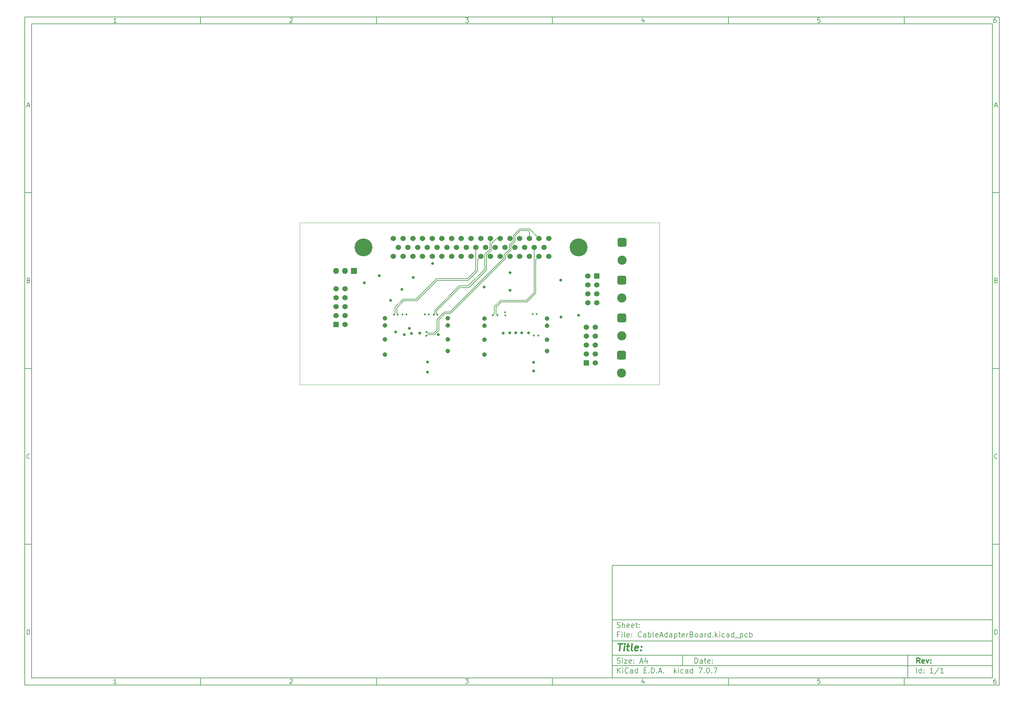
<source format=gbr>
%TF.GenerationSoftware,KiCad,Pcbnew,7.0.7*%
%TF.CreationDate,2023-10-12T14:51:16-07:00*%
%TF.ProjectId,CableAdapterBoard,4361626c-6541-4646-9170-746572426f61,rev?*%
%TF.SameCoordinates,Original*%
%TF.FileFunction,Copper,L5,Inr*%
%TF.FilePolarity,Positive*%
%FSLAX46Y46*%
G04 Gerber Fmt 4.6, Leading zero omitted, Abs format (unit mm)*
G04 Created by KiCad (PCBNEW 7.0.7) date 2023-10-12 14:51:16*
%MOMM*%
%LPD*%
G01*
G04 APERTURE LIST*
G04 Aperture macros list*
%AMRoundRect*
0 Rectangle with rounded corners*
0 $1 Rounding radius*
0 $2 $3 $4 $5 $6 $7 $8 $9 X,Y pos of 4 corners*
0 Add a 4 corners polygon primitive as box body*
4,1,4,$2,$3,$4,$5,$6,$7,$8,$9,$2,$3,0*
0 Add four circle primitives for the rounded corners*
1,1,$1+$1,$2,$3*
1,1,$1+$1,$4,$5*
1,1,$1+$1,$6,$7*
1,1,$1+$1,$8,$9*
0 Add four rect primitives between the rounded corners*
20,1,$1+$1,$2,$3,$4,$5,0*
20,1,$1+$1,$4,$5,$6,$7,0*
20,1,$1+$1,$6,$7,$8,$9,0*
20,1,$1+$1,$8,$9,$2,$3,0*%
G04 Aperture macros list end*
%ADD10C,0.100000*%
%ADD11C,0.150000*%
%ADD12C,0.300000*%
%ADD13C,0.400000*%
%TA.AperFunction,ComponentPad*%
%ADD14R,1.700000X1.700000*%
%TD*%
%TA.AperFunction,ComponentPad*%
%ADD15O,1.700000X1.700000*%
%TD*%
%TA.AperFunction,ComponentPad*%
%ADD16C,1.308000*%
%TD*%
%TA.AperFunction,ComponentPad*%
%ADD17R,1.530000X1.530000*%
%TD*%
%TA.AperFunction,ComponentPad*%
%ADD18C,1.530000*%
%TD*%
%TA.AperFunction,ComponentPad*%
%ADD19RoundRect,0.650000X-0.650000X0.650000X-0.650000X-0.650000X0.650000X-0.650000X0.650000X0.650000X0*%
%TD*%
%TA.AperFunction,ComponentPad*%
%ADD20C,2.600000*%
%TD*%
%TA.AperFunction,ComponentPad*%
%ADD21C,1.524000*%
%TD*%
%TA.AperFunction,ComponentPad*%
%ADD22C,5.080000*%
%TD*%
%TA.AperFunction,ViaPad*%
%ADD23C,0.800000*%
%TD*%
%TA.AperFunction,ViaPad*%
%ADD24C,0.520700*%
%TD*%
%TA.AperFunction,Conductor*%
%ADD25C,0.170942*%
%TD*%
%TA.AperFunction,Profile*%
%ADD26C,0.100000*%
%TD*%
G04 APERTURE END LIST*
D10*
D11*
X177002200Y-166007200D02*
X285002200Y-166007200D01*
X285002200Y-198007200D01*
X177002200Y-198007200D01*
X177002200Y-166007200D01*
D10*
D11*
X10000000Y-10000000D02*
X287002200Y-10000000D01*
X287002200Y-200007200D01*
X10000000Y-200007200D01*
X10000000Y-10000000D01*
D10*
D11*
X12000000Y-12000000D02*
X285002200Y-12000000D01*
X285002200Y-198007200D01*
X12000000Y-198007200D01*
X12000000Y-12000000D01*
D10*
D11*
X60000000Y-12000000D02*
X60000000Y-10000000D01*
D10*
D11*
X110000000Y-12000000D02*
X110000000Y-10000000D01*
D10*
D11*
X160000000Y-12000000D02*
X160000000Y-10000000D01*
D10*
D11*
X210000000Y-12000000D02*
X210000000Y-10000000D01*
D10*
D11*
X260000000Y-12000000D02*
X260000000Y-10000000D01*
D10*
D11*
X36089160Y-11593604D02*
X35346303Y-11593604D01*
X35717731Y-11593604D02*
X35717731Y-10293604D01*
X35717731Y-10293604D02*
X35593922Y-10479319D01*
X35593922Y-10479319D02*
X35470112Y-10603128D01*
X35470112Y-10603128D02*
X35346303Y-10665033D01*
D10*
D11*
X85346303Y-10417414D02*
X85408207Y-10355509D01*
X85408207Y-10355509D02*
X85532017Y-10293604D01*
X85532017Y-10293604D02*
X85841541Y-10293604D01*
X85841541Y-10293604D02*
X85965350Y-10355509D01*
X85965350Y-10355509D02*
X86027255Y-10417414D01*
X86027255Y-10417414D02*
X86089160Y-10541223D01*
X86089160Y-10541223D02*
X86089160Y-10665033D01*
X86089160Y-10665033D02*
X86027255Y-10850747D01*
X86027255Y-10850747D02*
X85284398Y-11593604D01*
X85284398Y-11593604D02*
X86089160Y-11593604D01*
D10*
D11*
X135284398Y-10293604D02*
X136089160Y-10293604D01*
X136089160Y-10293604D02*
X135655826Y-10788842D01*
X135655826Y-10788842D02*
X135841541Y-10788842D01*
X135841541Y-10788842D02*
X135965350Y-10850747D01*
X135965350Y-10850747D02*
X136027255Y-10912652D01*
X136027255Y-10912652D02*
X136089160Y-11036461D01*
X136089160Y-11036461D02*
X136089160Y-11345985D01*
X136089160Y-11345985D02*
X136027255Y-11469795D01*
X136027255Y-11469795D02*
X135965350Y-11531700D01*
X135965350Y-11531700D02*
X135841541Y-11593604D01*
X135841541Y-11593604D02*
X135470112Y-11593604D01*
X135470112Y-11593604D02*
X135346303Y-11531700D01*
X135346303Y-11531700D02*
X135284398Y-11469795D01*
D10*
D11*
X185965350Y-10726938D02*
X185965350Y-11593604D01*
X185655826Y-10231700D02*
X185346303Y-11160271D01*
X185346303Y-11160271D02*
X186151064Y-11160271D01*
D10*
D11*
X236027255Y-10293604D02*
X235408207Y-10293604D01*
X235408207Y-10293604D02*
X235346303Y-10912652D01*
X235346303Y-10912652D02*
X235408207Y-10850747D01*
X235408207Y-10850747D02*
X235532017Y-10788842D01*
X235532017Y-10788842D02*
X235841541Y-10788842D01*
X235841541Y-10788842D02*
X235965350Y-10850747D01*
X235965350Y-10850747D02*
X236027255Y-10912652D01*
X236027255Y-10912652D02*
X236089160Y-11036461D01*
X236089160Y-11036461D02*
X236089160Y-11345985D01*
X236089160Y-11345985D02*
X236027255Y-11469795D01*
X236027255Y-11469795D02*
X235965350Y-11531700D01*
X235965350Y-11531700D02*
X235841541Y-11593604D01*
X235841541Y-11593604D02*
X235532017Y-11593604D01*
X235532017Y-11593604D02*
X235408207Y-11531700D01*
X235408207Y-11531700D02*
X235346303Y-11469795D01*
D10*
D11*
X285965350Y-10293604D02*
X285717731Y-10293604D01*
X285717731Y-10293604D02*
X285593922Y-10355509D01*
X285593922Y-10355509D02*
X285532017Y-10417414D01*
X285532017Y-10417414D02*
X285408207Y-10603128D01*
X285408207Y-10603128D02*
X285346303Y-10850747D01*
X285346303Y-10850747D02*
X285346303Y-11345985D01*
X285346303Y-11345985D02*
X285408207Y-11469795D01*
X285408207Y-11469795D02*
X285470112Y-11531700D01*
X285470112Y-11531700D02*
X285593922Y-11593604D01*
X285593922Y-11593604D02*
X285841541Y-11593604D01*
X285841541Y-11593604D02*
X285965350Y-11531700D01*
X285965350Y-11531700D02*
X286027255Y-11469795D01*
X286027255Y-11469795D02*
X286089160Y-11345985D01*
X286089160Y-11345985D02*
X286089160Y-11036461D01*
X286089160Y-11036461D02*
X286027255Y-10912652D01*
X286027255Y-10912652D02*
X285965350Y-10850747D01*
X285965350Y-10850747D02*
X285841541Y-10788842D01*
X285841541Y-10788842D02*
X285593922Y-10788842D01*
X285593922Y-10788842D02*
X285470112Y-10850747D01*
X285470112Y-10850747D02*
X285408207Y-10912652D01*
X285408207Y-10912652D02*
X285346303Y-11036461D01*
D10*
D11*
X60000000Y-198007200D02*
X60000000Y-200007200D01*
D10*
D11*
X110000000Y-198007200D02*
X110000000Y-200007200D01*
D10*
D11*
X160000000Y-198007200D02*
X160000000Y-200007200D01*
D10*
D11*
X210000000Y-198007200D02*
X210000000Y-200007200D01*
D10*
D11*
X260000000Y-198007200D02*
X260000000Y-200007200D01*
D10*
D11*
X36089160Y-199600804D02*
X35346303Y-199600804D01*
X35717731Y-199600804D02*
X35717731Y-198300804D01*
X35717731Y-198300804D02*
X35593922Y-198486519D01*
X35593922Y-198486519D02*
X35470112Y-198610328D01*
X35470112Y-198610328D02*
X35346303Y-198672233D01*
D10*
D11*
X85346303Y-198424614D02*
X85408207Y-198362709D01*
X85408207Y-198362709D02*
X85532017Y-198300804D01*
X85532017Y-198300804D02*
X85841541Y-198300804D01*
X85841541Y-198300804D02*
X85965350Y-198362709D01*
X85965350Y-198362709D02*
X86027255Y-198424614D01*
X86027255Y-198424614D02*
X86089160Y-198548423D01*
X86089160Y-198548423D02*
X86089160Y-198672233D01*
X86089160Y-198672233D02*
X86027255Y-198857947D01*
X86027255Y-198857947D02*
X85284398Y-199600804D01*
X85284398Y-199600804D02*
X86089160Y-199600804D01*
D10*
D11*
X135284398Y-198300804D02*
X136089160Y-198300804D01*
X136089160Y-198300804D02*
X135655826Y-198796042D01*
X135655826Y-198796042D02*
X135841541Y-198796042D01*
X135841541Y-198796042D02*
X135965350Y-198857947D01*
X135965350Y-198857947D02*
X136027255Y-198919852D01*
X136027255Y-198919852D02*
X136089160Y-199043661D01*
X136089160Y-199043661D02*
X136089160Y-199353185D01*
X136089160Y-199353185D02*
X136027255Y-199476995D01*
X136027255Y-199476995D02*
X135965350Y-199538900D01*
X135965350Y-199538900D02*
X135841541Y-199600804D01*
X135841541Y-199600804D02*
X135470112Y-199600804D01*
X135470112Y-199600804D02*
X135346303Y-199538900D01*
X135346303Y-199538900D02*
X135284398Y-199476995D01*
D10*
D11*
X185965350Y-198734138D02*
X185965350Y-199600804D01*
X185655826Y-198238900D02*
X185346303Y-199167471D01*
X185346303Y-199167471D02*
X186151064Y-199167471D01*
D10*
D11*
X236027255Y-198300804D02*
X235408207Y-198300804D01*
X235408207Y-198300804D02*
X235346303Y-198919852D01*
X235346303Y-198919852D02*
X235408207Y-198857947D01*
X235408207Y-198857947D02*
X235532017Y-198796042D01*
X235532017Y-198796042D02*
X235841541Y-198796042D01*
X235841541Y-198796042D02*
X235965350Y-198857947D01*
X235965350Y-198857947D02*
X236027255Y-198919852D01*
X236027255Y-198919852D02*
X236089160Y-199043661D01*
X236089160Y-199043661D02*
X236089160Y-199353185D01*
X236089160Y-199353185D02*
X236027255Y-199476995D01*
X236027255Y-199476995D02*
X235965350Y-199538900D01*
X235965350Y-199538900D02*
X235841541Y-199600804D01*
X235841541Y-199600804D02*
X235532017Y-199600804D01*
X235532017Y-199600804D02*
X235408207Y-199538900D01*
X235408207Y-199538900D02*
X235346303Y-199476995D01*
D10*
D11*
X285965350Y-198300804D02*
X285717731Y-198300804D01*
X285717731Y-198300804D02*
X285593922Y-198362709D01*
X285593922Y-198362709D02*
X285532017Y-198424614D01*
X285532017Y-198424614D02*
X285408207Y-198610328D01*
X285408207Y-198610328D02*
X285346303Y-198857947D01*
X285346303Y-198857947D02*
X285346303Y-199353185D01*
X285346303Y-199353185D02*
X285408207Y-199476995D01*
X285408207Y-199476995D02*
X285470112Y-199538900D01*
X285470112Y-199538900D02*
X285593922Y-199600804D01*
X285593922Y-199600804D02*
X285841541Y-199600804D01*
X285841541Y-199600804D02*
X285965350Y-199538900D01*
X285965350Y-199538900D02*
X286027255Y-199476995D01*
X286027255Y-199476995D02*
X286089160Y-199353185D01*
X286089160Y-199353185D02*
X286089160Y-199043661D01*
X286089160Y-199043661D02*
X286027255Y-198919852D01*
X286027255Y-198919852D02*
X285965350Y-198857947D01*
X285965350Y-198857947D02*
X285841541Y-198796042D01*
X285841541Y-198796042D02*
X285593922Y-198796042D01*
X285593922Y-198796042D02*
X285470112Y-198857947D01*
X285470112Y-198857947D02*
X285408207Y-198919852D01*
X285408207Y-198919852D02*
X285346303Y-199043661D01*
D10*
D11*
X10000000Y-60000000D02*
X12000000Y-60000000D01*
D10*
D11*
X10000000Y-110000000D02*
X12000000Y-110000000D01*
D10*
D11*
X10000000Y-160000000D02*
X12000000Y-160000000D01*
D10*
D11*
X10690476Y-35222176D02*
X11309523Y-35222176D01*
X10566666Y-35593604D02*
X10999999Y-34293604D01*
X10999999Y-34293604D02*
X11433333Y-35593604D01*
D10*
D11*
X11092857Y-84912652D02*
X11278571Y-84974557D01*
X11278571Y-84974557D02*
X11340476Y-85036461D01*
X11340476Y-85036461D02*
X11402380Y-85160271D01*
X11402380Y-85160271D02*
X11402380Y-85345985D01*
X11402380Y-85345985D02*
X11340476Y-85469795D01*
X11340476Y-85469795D02*
X11278571Y-85531700D01*
X11278571Y-85531700D02*
X11154761Y-85593604D01*
X11154761Y-85593604D02*
X10659523Y-85593604D01*
X10659523Y-85593604D02*
X10659523Y-84293604D01*
X10659523Y-84293604D02*
X11092857Y-84293604D01*
X11092857Y-84293604D02*
X11216666Y-84355509D01*
X11216666Y-84355509D02*
X11278571Y-84417414D01*
X11278571Y-84417414D02*
X11340476Y-84541223D01*
X11340476Y-84541223D02*
X11340476Y-84665033D01*
X11340476Y-84665033D02*
X11278571Y-84788842D01*
X11278571Y-84788842D02*
X11216666Y-84850747D01*
X11216666Y-84850747D02*
X11092857Y-84912652D01*
X11092857Y-84912652D02*
X10659523Y-84912652D01*
D10*
D11*
X11402380Y-135469795D02*
X11340476Y-135531700D01*
X11340476Y-135531700D02*
X11154761Y-135593604D01*
X11154761Y-135593604D02*
X11030952Y-135593604D01*
X11030952Y-135593604D02*
X10845238Y-135531700D01*
X10845238Y-135531700D02*
X10721428Y-135407890D01*
X10721428Y-135407890D02*
X10659523Y-135284080D01*
X10659523Y-135284080D02*
X10597619Y-135036461D01*
X10597619Y-135036461D02*
X10597619Y-134850747D01*
X10597619Y-134850747D02*
X10659523Y-134603128D01*
X10659523Y-134603128D02*
X10721428Y-134479319D01*
X10721428Y-134479319D02*
X10845238Y-134355509D01*
X10845238Y-134355509D02*
X11030952Y-134293604D01*
X11030952Y-134293604D02*
X11154761Y-134293604D01*
X11154761Y-134293604D02*
X11340476Y-134355509D01*
X11340476Y-134355509D02*
X11402380Y-134417414D01*
D10*
D11*
X10659523Y-185593604D02*
X10659523Y-184293604D01*
X10659523Y-184293604D02*
X10969047Y-184293604D01*
X10969047Y-184293604D02*
X11154761Y-184355509D01*
X11154761Y-184355509D02*
X11278571Y-184479319D01*
X11278571Y-184479319D02*
X11340476Y-184603128D01*
X11340476Y-184603128D02*
X11402380Y-184850747D01*
X11402380Y-184850747D02*
X11402380Y-185036461D01*
X11402380Y-185036461D02*
X11340476Y-185284080D01*
X11340476Y-185284080D02*
X11278571Y-185407890D01*
X11278571Y-185407890D02*
X11154761Y-185531700D01*
X11154761Y-185531700D02*
X10969047Y-185593604D01*
X10969047Y-185593604D02*
X10659523Y-185593604D01*
D10*
D11*
X287002200Y-60000000D02*
X285002200Y-60000000D01*
D10*
D11*
X287002200Y-110000000D02*
X285002200Y-110000000D01*
D10*
D11*
X287002200Y-160000000D02*
X285002200Y-160000000D01*
D10*
D11*
X285692676Y-35222176D02*
X286311723Y-35222176D01*
X285568866Y-35593604D02*
X286002199Y-34293604D01*
X286002199Y-34293604D02*
X286435533Y-35593604D01*
D10*
D11*
X286095057Y-84912652D02*
X286280771Y-84974557D01*
X286280771Y-84974557D02*
X286342676Y-85036461D01*
X286342676Y-85036461D02*
X286404580Y-85160271D01*
X286404580Y-85160271D02*
X286404580Y-85345985D01*
X286404580Y-85345985D02*
X286342676Y-85469795D01*
X286342676Y-85469795D02*
X286280771Y-85531700D01*
X286280771Y-85531700D02*
X286156961Y-85593604D01*
X286156961Y-85593604D02*
X285661723Y-85593604D01*
X285661723Y-85593604D02*
X285661723Y-84293604D01*
X285661723Y-84293604D02*
X286095057Y-84293604D01*
X286095057Y-84293604D02*
X286218866Y-84355509D01*
X286218866Y-84355509D02*
X286280771Y-84417414D01*
X286280771Y-84417414D02*
X286342676Y-84541223D01*
X286342676Y-84541223D02*
X286342676Y-84665033D01*
X286342676Y-84665033D02*
X286280771Y-84788842D01*
X286280771Y-84788842D02*
X286218866Y-84850747D01*
X286218866Y-84850747D02*
X286095057Y-84912652D01*
X286095057Y-84912652D02*
X285661723Y-84912652D01*
D10*
D11*
X286404580Y-135469795D02*
X286342676Y-135531700D01*
X286342676Y-135531700D02*
X286156961Y-135593604D01*
X286156961Y-135593604D02*
X286033152Y-135593604D01*
X286033152Y-135593604D02*
X285847438Y-135531700D01*
X285847438Y-135531700D02*
X285723628Y-135407890D01*
X285723628Y-135407890D02*
X285661723Y-135284080D01*
X285661723Y-135284080D02*
X285599819Y-135036461D01*
X285599819Y-135036461D02*
X285599819Y-134850747D01*
X285599819Y-134850747D02*
X285661723Y-134603128D01*
X285661723Y-134603128D02*
X285723628Y-134479319D01*
X285723628Y-134479319D02*
X285847438Y-134355509D01*
X285847438Y-134355509D02*
X286033152Y-134293604D01*
X286033152Y-134293604D02*
X286156961Y-134293604D01*
X286156961Y-134293604D02*
X286342676Y-134355509D01*
X286342676Y-134355509D02*
X286404580Y-134417414D01*
D10*
D11*
X285661723Y-185593604D02*
X285661723Y-184293604D01*
X285661723Y-184293604D02*
X285971247Y-184293604D01*
X285971247Y-184293604D02*
X286156961Y-184355509D01*
X286156961Y-184355509D02*
X286280771Y-184479319D01*
X286280771Y-184479319D02*
X286342676Y-184603128D01*
X286342676Y-184603128D02*
X286404580Y-184850747D01*
X286404580Y-184850747D02*
X286404580Y-185036461D01*
X286404580Y-185036461D02*
X286342676Y-185284080D01*
X286342676Y-185284080D02*
X286280771Y-185407890D01*
X286280771Y-185407890D02*
X286156961Y-185531700D01*
X286156961Y-185531700D02*
X285971247Y-185593604D01*
X285971247Y-185593604D02*
X285661723Y-185593604D01*
D10*
D11*
X200458026Y-193793328D02*
X200458026Y-192293328D01*
X200458026Y-192293328D02*
X200815169Y-192293328D01*
X200815169Y-192293328D02*
X201029455Y-192364757D01*
X201029455Y-192364757D02*
X201172312Y-192507614D01*
X201172312Y-192507614D02*
X201243741Y-192650471D01*
X201243741Y-192650471D02*
X201315169Y-192936185D01*
X201315169Y-192936185D02*
X201315169Y-193150471D01*
X201315169Y-193150471D02*
X201243741Y-193436185D01*
X201243741Y-193436185D02*
X201172312Y-193579042D01*
X201172312Y-193579042D02*
X201029455Y-193721900D01*
X201029455Y-193721900D02*
X200815169Y-193793328D01*
X200815169Y-193793328D02*
X200458026Y-193793328D01*
X202600884Y-193793328D02*
X202600884Y-193007614D01*
X202600884Y-193007614D02*
X202529455Y-192864757D01*
X202529455Y-192864757D02*
X202386598Y-192793328D01*
X202386598Y-192793328D02*
X202100884Y-192793328D01*
X202100884Y-192793328D02*
X201958026Y-192864757D01*
X202600884Y-193721900D02*
X202458026Y-193793328D01*
X202458026Y-193793328D02*
X202100884Y-193793328D01*
X202100884Y-193793328D02*
X201958026Y-193721900D01*
X201958026Y-193721900D02*
X201886598Y-193579042D01*
X201886598Y-193579042D02*
X201886598Y-193436185D01*
X201886598Y-193436185D02*
X201958026Y-193293328D01*
X201958026Y-193293328D02*
X202100884Y-193221900D01*
X202100884Y-193221900D02*
X202458026Y-193221900D01*
X202458026Y-193221900D02*
X202600884Y-193150471D01*
X203100884Y-192793328D02*
X203672312Y-192793328D01*
X203315169Y-192293328D02*
X203315169Y-193579042D01*
X203315169Y-193579042D02*
X203386598Y-193721900D01*
X203386598Y-193721900D02*
X203529455Y-193793328D01*
X203529455Y-193793328D02*
X203672312Y-193793328D01*
X204743741Y-193721900D02*
X204600884Y-193793328D01*
X204600884Y-193793328D02*
X204315170Y-193793328D01*
X204315170Y-193793328D02*
X204172312Y-193721900D01*
X204172312Y-193721900D02*
X204100884Y-193579042D01*
X204100884Y-193579042D02*
X204100884Y-193007614D01*
X204100884Y-193007614D02*
X204172312Y-192864757D01*
X204172312Y-192864757D02*
X204315170Y-192793328D01*
X204315170Y-192793328D02*
X204600884Y-192793328D01*
X204600884Y-192793328D02*
X204743741Y-192864757D01*
X204743741Y-192864757D02*
X204815170Y-193007614D01*
X204815170Y-193007614D02*
X204815170Y-193150471D01*
X204815170Y-193150471D02*
X204100884Y-193293328D01*
X205458026Y-193650471D02*
X205529455Y-193721900D01*
X205529455Y-193721900D02*
X205458026Y-193793328D01*
X205458026Y-193793328D02*
X205386598Y-193721900D01*
X205386598Y-193721900D02*
X205458026Y-193650471D01*
X205458026Y-193650471D02*
X205458026Y-193793328D01*
X205458026Y-192864757D02*
X205529455Y-192936185D01*
X205529455Y-192936185D02*
X205458026Y-193007614D01*
X205458026Y-193007614D02*
X205386598Y-192936185D01*
X205386598Y-192936185D02*
X205458026Y-192864757D01*
X205458026Y-192864757D02*
X205458026Y-193007614D01*
D10*
D11*
X177002200Y-194507200D02*
X285002200Y-194507200D01*
D10*
D11*
X178458026Y-196593328D02*
X178458026Y-195093328D01*
X179315169Y-196593328D02*
X178672312Y-195736185D01*
X179315169Y-195093328D02*
X178458026Y-195950471D01*
X179958026Y-196593328D02*
X179958026Y-195593328D01*
X179958026Y-195093328D02*
X179886598Y-195164757D01*
X179886598Y-195164757D02*
X179958026Y-195236185D01*
X179958026Y-195236185D02*
X180029455Y-195164757D01*
X180029455Y-195164757D02*
X179958026Y-195093328D01*
X179958026Y-195093328D02*
X179958026Y-195236185D01*
X181529455Y-196450471D02*
X181458027Y-196521900D01*
X181458027Y-196521900D02*
X181243741Y-196593328D01*
X181243741Y-196593328D02*
X181100884Y-196593328D01*
X181100884Y-196593328D02*
X180886598Y-196521900D01*
X180886598Y-196521900D02*
X180743741Y-196379042D01*
X180743741Y-196379042D02*
X180672312Y-196236185D01*
X180672312Y-196236185D02*
X180600884Y-195950471D01*
X180600884Y-195950471D02*
X180600884Y-195736185D01*
X180600884Y-195736185D02*
X180672312Y-195450471D01*
X180672312Y-195450471D02*
X180743741Y-195307614D01*
X180743741Y-195307614D02*
X180886598Y-195164757D01*
X180886598Y-195164757D02*
X181100884Y-195093328D01*
X181100884Y-195093328D02*
X181243741Y-195093328D01*
X181243741Y-195093328D02*
X181458027Y-195164757D01*
X181458027Y-195164757D02*
X181529455Y-195236185D01*
X182815170Y-196593328D02*
X182815170Y-195807614D01*
X182815170Y-195807614D02*
X182743741Y-195664757D01*
X182743741Y-195664757D02*
X182600884Y-195593328D01*
X182600884Y-195593328D02*
X182315170Y-195593328D01*
X182315170Y-195593328D02*
X182172312Y-195664757D01*
X182815170Y-196521900D02*
X182672312Y-196593328D01*
X182672312Y-196593328D02*
X182315170Y-196593328D01*
X182315170Y-196593328D02*
X182172312Y-196521900D01*
X182172312Y-196521900D02*
X182100884Y-196379042D01*
X182100884Y-196379042D02*
X182100884Y-196236185D01*
X182100884Y-196236185D02*
X182172312Y-196093328D01*
X182172312Y-196093328D02*
X182315170Y-196021900D01*
X182315170Y-196021900D02*
X182672312Y-196021900D01*
X182672312Y-196021900D02*
X182815170Y-195950471D01*
X184172313Y-196593328D02*
X184172313Y-195093328D01*
X184172313Y-196521900D02*
X184029455Y-196593328D01*
X184029455Y-196593328D02*
X183743741Y-196593328D01*
X183743741Y-196593328D02*
X183600884Y-196521900D01*
X183600884Y-196521900D02*
X183529455Y-196450471D01*
X183529455Y-196450471D02*
X183458027Y-196307614D01*
X183458027Y-196307614D02*
X183458027Y-195879042D01*
X183458027Y-195879042D02*
X183529455Y-195736185D01*
X183529455Y-195736185D02*
X183600884Y-195664757D01*
X183600884Y-195664757D02*
X183743741Y-195593328D01*
X183743741Y-195593328D02*
X184029455Y-195593328D01*
X184029455Y-195593328D02*
X184172313Y-195664757D01*
X186029455Y-195807614D02*
X186529455Y-195807614D01*
X186743741Y-196593328D02*
X186029455Y-196593328D01*
X186029455Y-196593328D02*
X186029455Y-195093328D01*
X186029455Y-195093328D02*
X186743741Y-195093328D01*
X187386598Y-196450471D02*
X187458027Y-196521900D01*
X187458027Y-196521900D02*
X187386598Y-196593328D01*
X187386598Y-196593328D02*
X187315170Y-196521900D01*
X187315170Y-196521900D02*
X187386598Y-196450471D01*
X187386598Y-196450471D02*
X187386598Y-196593328D01*
X188100884Y-196593328D02*
X188100884Y-195093328D01*
X188100884Y-195093328D02*
X188458027Y-195093328D01*
X188458027Y-195093328D02*
X188672313Y-195164757D01*
X188672313Y-195164757D02*
X188815170Y-195307614D01*
X188815170Y-195307614D02*
X188886599Y-195450471D01*
X188886599Y-195450471D02*
X188958027Y-195736185D01*
X188958027Y-195736185D02*
X188958027Y-195950471D01*
X188958027Y-195950471D02*
X188886599Y-196236185D01*
X188886599Y-196236185D02*
X188815170Y-196379042D01*
X188815170Y-196379042D02*
X188672313Y-196521900D01*
X188672313Y-196521900D02*
X188458027Y-196593328D01*
X188458027Y-196593328D02*
X188100884Y-196593328D01*
X189600884Y-196450471D02*
X189672313Y-196521900D01*
X189672313Y-196521900D02*
X189600884Y-196593328D01*
X189600884Y-196593328D02*
X189529456Y-196521900D01*
X189529456Y-196521900D02*
X189600884Y-196450471D01*
X189600884Y-196450471D02*
X189600884Y-196593328D01*
X190243742Y-196164757D02*
X190958028Y-196164757D01*
X190100885Y-196593328D02*
X190600885Y-195093328D01*
X190600885Y-195093328D02*
X191100885Y-196593328D01*
X191600884Y-196450471D02*
X191672313Y-196521900D01*
X191672313Y-196521900D02*
X191600884Y-196593328D01*
X191600884Y-196593328D02*
X191529456Y-196521900D01*
X191529456Y-196521900D02*
X191600884Y-196450471D01*
X191600884Y-196450471D02*
X191600884Y-196593328D01*
X194600884Y-196593328D02*
X194600884Y-195093328D01*
X194743742Y-196021900D02*
X195172313Y-196593328D01*
X195172313Y-195593328D02*
X194600884Y-196164757D01*
X195815170Y-196593328D02*
X195815170Y-195593328D01*
X195815170Y-195093328D02*
X195743742Y-195164757D01*
X195743742Y-195164757D02*
X195815170Y-195236185D01*
X195815170Y-195236185D02*
X195886599Y-195164757D01*
X195886599Y-195164757D02*
X195815170Y-195093328D01*
X195815170Y-195093328D02*
X195815170Y-195236185D01*
X197172314Y-196521900D02*
X197029456Y-196593328D01*
X197029456Y-196593328D02*
X196743742Y-196593328D01*
X196743742Y-196593328D02*
X196600885Y-196521900D01*
X196600885Y-196521900D02*
X196529456Y-196450471D01*
X196529456Y-196450471D02*
X196458028Y-196307614D01*
X196458028Y-196307614D02*
X196458028Y-195879042D01*
X196458028Y-195879042D02*
X196529456Y-195736185D01*
X196529456Y-195736185D02*
X196600885Y-195664757D01*
X196600885Y-195664757D02*
X196743742Y-195593328D01*
X196743742Y-195593328D02*
X197029456Y-195593328D01*
X197029456Y-195593328D02*
X197172314Y-195664757D01*
X198458028Y-196593328D02*
X198458028Y-195807614D01*
X198458028Y-195807614D02*
X198386599Y-195664757D01*
X198386599Y-195664757D02*
X198243742Y-195593328D01*
X198243742Y-195593328D02*
X197958028Y-195593328D01*
X197958028Y-195593328D02*
X197815170Y-195664757D01*
X198458028Y-196521900D02*
X198315170Y-196593328D01*
X198315170Y-196593328D02*
X197958028Y-196593328D01*
X197958028Y-196593328D02*
X197815170Y-196521900D01*
X197815170Y-196521900D02*
X197743742Y-196379042D01*
X197743742Y-196379042D02*
X197743742Y-196236185D01*
X197743742Y-196236185D02*
X197815170Y-196093328D01*
X197815170Y-196093328D02*
X197958028Y-196021900D01*
X197958028Y-196021900D02*
X198315170Y-196021900D01*
X198315170Y-196021900D02*
X198458028Y-195950471D01*
X199815171Y-196593328D02*
X199815171Y-195093328D01*
X199815171Y-196521900D02*
X199672313Y-196593328D01*
X199672313Y-196593328D02*
X199386599Y-196593328D01*
X199386599Y-196593328D02*
X199243742Y-196521900D01*
X199243742Y-196521900D02*
X199172313Y-196450471D01*
X199172313Y-196450471D02*
X199100885Y-196307614D01*
X199100885Y-196307614D02*
X199100885Y-195879042D01*
X199100885Y-195879042D02*
X199172313Y-195736185D01*
X199172313Y-195736185D02*
X199243742Y-195664757D01*
X199243742Y-195664757D02*
X199386599Y-195593328D01*
X199386599Y-195593328D02*
X199672313Y-195593328D01*
X199672313Y-195593328D02*
X199815171Y-195664757D01*
X201529456Y-195093328D02*
X202529456Y-195093328D01*
X202529456Y-195093328D02*
X201886599Y-196593328D01*
X203100884Y-196450471D02*
X203172313Y-196521900D01*
X203172313Y-196521900D02*
X203100884Y-196593328D01*
X203100884Y-196593328D02*
X203029456Y-196521900D01*
X203029456Y-196521900D02*
X203100884Y-196450471D01*
X203100884Y-196450471D02*
X203100884Y-196593328D01*
X204100885Y-195093328D02*
X204243742Y-195093328D01*
X204243742Y-195093328D02*
X204386599Y-195164757D01*
X204386599Y-195164757D02*
X204458028Y-195236185D01*
X204458028Y-195236185D02*
X204529456Y-195379042D01*
X204529456Y-195379042D02*
X204600885Y-195664757D01*
X204600885Y-195664757D02*
X204600885Y-196021900D01*
X204600885Y-196021900D02*
X204529456Y-196307614D01*
X204529456Y-196307614D02*
X204458028Y-196450471D01*
X204458028Y-196450471D02*
X204386599Y-196521900D01*
X204386599Y-196521900D02*
X204243742Y-196593328D01*
X204243742Y-196593328D02*
X204100885Y-196593328D01*
X204100885Y-196593328D02*
X203958028Y-196521900D01*
X203958028Y-196521900D02*
X203886599Y-196450471D01*
X203886599Y-196450471D02*
X203815170Y-196307614D01*
X203815170Y-196307614D02*
X203743742Y-196021900D01*
X203743742Y-196021900D02*
X203743742Y-195664757D01*
X203743742Y-195664757D02*
X203815170Y-195379042D01*
X203815170Y-195379042D02*
X203886599Y-195236185D01*
X203886599Y-195236185D02*
X203958028Y-195164757D01*
X203958028Y-195164757D02*
X204100885Y-195093328D01*
X205243741Y-196450471D02*
X205315170Y-196521900D01*
X205315170Y-196521900D02*
X205243741Y-196593328D01*
X205243741Y-196593328D02*
X205172313Y-196521900D01*
X205172313Y-196521900D02*
X205243741Y-196450471D01*
X205243741Y-196450471D02*
X205243741Y-196593328D01*
X205815170Y-195093328D02*
X206815170Y-195093328D01*
X206815170Y-195093328D02*
X206172313Y-196593328D01*
D10*
D11*
X177002200Y-191507200D02*
X285002200Y-191507200D01*
D10*
D12*
X264413853Y-193785528D02*
X263913853Y-193071242D01*
X263556710Y-193785528D02*
X263556710Y-192285528D01*
X263556710Y-192285528D02*
X264128139Y-192285528D01*
X264128139Y-192285528D02*
X264270996Y-192356957D01*
X264270996Y-192356957D02*
X264342425Y-192428385D01*
X264342425Y-192428385D02*
X264413853Y-192571242D01*
X264413853Y-192571242D02*
X264413853Y-192785528D01*
X264413853Y-192785528D02*
X264342425Y-192928385D01*
X264342425Y-192928385D02*
X264270996Y-192999814D01*
X264270996Y-192999814D02*
X264128139Y-193071242D01*
X264128139Y-193071242D02*
X263556710Y-193071242D01*
X265628139Y-193714100D02*
X265485282Y-193785528D01*
X265485282Y-193785528D02*
X265199568Y-193785528D01*
X265199568Y-193785528D02*
X265056710Y-193714100D01*
X265056710Y-193714100D02*
X264985282Y-193571242D01*
X264985282Y-193571242D02*
X264985282Y-192999814D01*
X264985282Y-192999814D02*
X265056710Y-192856957D01*
X265056710Y-192856957D02*
X265199568Y-192785528D01*
X265199568Y-192785528D02*
X265485282Y-192785528D01*
X265485282Y-192785528D02*
X265628139Y-192856957D01*
X265628139Y-192856957D02*
X265699568Y-192999814D01*
X265699568Y-192999814D02*
X265699568Y-193142671D01*
X265699568Y-193142671D02*
X264985282Y-193285528D01*
X266199567Y-192785528D02*
X266556710Y-193785528D01*
X266556710Y-193785528D02*
X266913853Y-192785528D01*
X267485281Y-193642671D02*
X267556710Y-193714100D01*
X267556710Y-193714100D02*
X267485281Y-193785528D01*
X267485281Y-193785528D02*
X267413853Y-193714100D01*
X267413853Y-193714100D02*
X267485281Y-193642671D01*
X267485281Y-193642671D02*
X267485281Y-193785528D01*
X267485281Y-192856957D02*
X267556710Y-192928385D01*
X267556710Y-192928385D02*
X267485281Y-192999814D01*
X267485281Y-192999814D02*
X267413853Y-192928385D01*
X267413853Y-192928385D02*
X267485281Y-192856957D01*
X267485281Y-192856957D02*
X267485281Y-192999814D01*
D10*
D11*
X178386598Y-193721900D02*
X178600884Y-193793328D01*
X178600884Y-193793328D02*
X178958026Y-193793328D01*
X178958026Y-193793328D02*
X179100884Y-193721900D01*
X179100884Y-193721900D02*
X179172312Y-193650471D01*
X179172312Y-193650471D02*
X179243741Y-193507614D01*
X179243741Y-193507614D02*
X179243741Y-193364757D01*
X179243741Y-193364757D02*
X179172312Y-193221900D01*
X179172312Y-193221900D02*
X179100884Y-193150471D01*
X179100884Y-193150471D02*
X178958026Y-193079042D01*
X178958026Y-193079042D02*
X178672312Y-193007614D01*
X178672312Y-193007614D02*
X178529455Y-192936185D01*
X178529455Y-192936185D02*
X178458026Y-192864757D01*
X178458026Y-192864757D02*
X178386598Y-192721900D01*
X178386598Y-192721900D02*
X178386598Y-192579042D01*
X178386598Y-192579042D02*
X178458026Y-192436185D01*
X178458026Y-192436185D02*
X178529455Y-192364757D01*
X178529455Y-192364757D02*
X178672312Y-192293328D01*
X178672312Y-192293328D02*
X179029455Y-192293328D01*
X179029455Y-192293328D02*
X179243741Y-192364757D01*
X179886597Y-193793328D02*
X179886597Y-192793328D01*
X179886597Y-192293328D02*
X179815169Y-192364757D01*
X179815169Y-192364757D02*
X179886597Y-192436185D01*
X179886597Y-192436185D02*
X179958026Y-192364757D01*
X179958026Y-192364757D02*
X179886597Y-192293328D01*
X179886597Y-192293328D02*
X179886597Y-192436185D01*
X180458026Y-192793328D02*
X181243741Y-192793328D01*
X181243741Y-192793328D02*
X180458026Y-193793328D01*
X180458026Y-193793328D02*
X181243741Y-193793328D01*
X182386598Y-193721900D02*
X182243741Y-193793328D01*
X182243741Y-193793328D02*
X181958027Y-193793328D01*
X181958027Y-193793328D02*
X181815169Y-193721900D01*
X181815169Y-193721900D02*
X181743741Y-193579042D01*
X181743741Y-193579042D02*
X181743741Y-193007614D01*
X181743741Y-193007614D02*
X181815169Y-192864757D01*
X181815169Y-192864757D02*
X181958027Y-192793328D01*
X181958027Y-192793328D02*
X182243741Y-192793328D01*
X182243741Y-192793328D02*
X182386598Y-192864757D01*
X182386598Y-192864757D02*
X182458027Y-193007614D01*
X182458027Y-193007614D02*
X182458027Y-193150471D01*
X182458027Y-193150471D02*
X181743741Y-193293328D01*
X183100883Y-193650471D02*
X183172312Y-193721900D01*
X183172312Y-193721900D02*
X183100883Y-193793328D01*
X183100883Y-193793328D02*
X183029455Y-193721900D01*
X183029455Y-193721900D02*
X183100883Y-193650471D01*
X183100883Y-193650471D02*
X183100883Y-193793328D01*
X183100883Y-192864757D02*
X183172312Y-192936185D01*
X183172312Y-192936185D02*
X183100883Y-193007614D01*
X183100883Y-193007614D02*
X183029455Y-192936185D01*
X183029455Y-192936185D02*
X183100883Y-192864757D01*
X183100883Y-192864757D02*
X183100883Y-193007614D01*
X184886598Y-193364757D02*
X185600884Y-193364757D01*
X184743741Y-193793328D02*
X185243741Y-192293328D01*
X185243741Y-192293328D02*
X185743741Y-193793328D01*
X186886598Y-192793328D02*
X186886598Y-193793328D01*
X186529455Y-192221900D02*
X186172312Y-193293328D01*
X186172312Y-193293328D02*
X187100883Y-193293328D01*
D10*
D11*
X263458026Y-196593328D02*
X263458026Y-195093328D01*
X264815170Y-196593328D02*
X264815170Y-195093328D01*
X264815170Y-196521900D02*
X264672312Y-196593328D01*
X264672312Y-196593328D02*
X264386598Y-196593328D01*
X264386598Y-196593328D02*
X264243741Y-196521900D01*
X264243741Y-196521900D02*
X264172312Y-196450471D01*
X264172312Y-196450471D02*
X264100884Y-196307614D01*
X264100884Y-196307614D02*
X264100884Y-195879042D01*
X264100884Y-195879042D02*
X264172312Y-195736185D01*
X264172312Y-195736185D02*
X264243741Y-195664757D01*
X264243741Y-195664757D02*
X264386598Y-195593328D01*
X264386598Y-195593328D02*
X264672312Y-195593328D01*
X264672312Y-195593328D02*
X264815170Y-195664757D01*
X265529455Y-196450471D02*
X265600884Y-196521900D01*
X265600884Y-196521900D02*
X265529455Y-196593328D01*
X265529455Y-196593328D02*
X265458027Y-196521900D01*
X265458027Y-196521900D02*
X265529455Y-196450471D01*
X265529455Y-196450471D02*
X265529455Y-196593328D01*
X265529455Y-195664757D02*
X265600884Y-195736185D01*
X265600884Y-195736185D02*
X265529455Y-195807614D01*
X265529455Y-195807614D02*
X265458027Y-195736185D01*
X265458027Y-195736185D02*
X265529455Y-195664757D01*
X265529455Y-195664757D02*
X265529455Y-195807614D01*
X268172313Y-196593328D02*
X267315170Y-196593328D01*
X267743741Y-196593328D02*
X267743741Y-195093328D01*
X267743741Y-195093328D02*
X267600884Y-195307614D01*
X267600884Y-195307614D02*
X267458027Y-195450471D01*
X267458027Y-195450471D02*
X267315170Y-195521900D01*
X269886598Y-195021900D02*
X268600884Y-196950471D01*
X271172313Y-196593328D02*
X270315170Y-196593328D01*
X270743741Y-196593328D02*
X270743741Y-195093328D01*
X270743741Y-195093328D02*
X270600884Y-195307614D01*
X270600884Y-195307614D02*
X270458027Y-195450471D01*
X270458027Y-195450471D02*
X270315170Y-195521900D01*
D10*
D11*
X177002200Y-187507200D02*
X285002200Y-187507200D01*
D10*
D13*
X178693928Y-188211638D02*
X179836785Y-188211638D01*
X179015357Y-190211638D02*
X179265357Y-188211638D01*
X180253452Y-190211638D02*
X180420119Y-188878304D01*
X180503452Y-188211638D02*
X180396309Y-188306876D01*
X180396309Y-188306876D02*
X180479643Y-188402114D01*
X180479643Y-188402114D02*
X180586786Y-188306876D01*
X180586786Y-188306876D02*
X180503452Y-188211638D01*
X180503452Y-188211638D02*
X180479643Y-188402114D01*
X181086786Y-188878304D02*
X181848690Y-188878304D01*
X181455833Y-188211638D02*
X181241548Y-189925923D01*
X181241548Y-189925923D02*
X181312976Y-190116400D01*
X181312976Y-190116400D02*
X181491548Y-190211638D01*
X181491548Y-190211638D02*
X181682024Y-190211638D01*
X182634405Y-190211638D02*
X182455833Y-190116400D01*
X182455833Y-190116400D02*
X182384405Y-189925923D01*
X182384405Y-189925923D02*
X182598690Y-188211638D01*
X184170119Y-190116400D02*
X183967738Y-190211638D01*
X183967738Y-190211638D02*
X183586785Y-190211638D01*
X183586785Y-190211638D02*
X183408214Y-190116400D01*
X183408214Y-190116400D02*
X183336785Y-189925923D01*
X183336785Y-189925923D02*
X183432024Y-189164019D01*
X183432024Y-189164019D02*
X183551071Y-188973542D01*
X183551071Y-188973542D02*
X183753452Y-188878304D01*
X183753452Y-188878304D02*
X184134404Y-188878304D01*
X184134404Y-188878304D02*
X184312976Y-188973542D01*
X184312976Y-188973542D02*
X184384404Y-189164019D01*
X184384404Y-189164019D02*
X184360595Y-189354495D01*
X184360595Y-189354495D02*
X183384404Y-189544971D01*
X185134405Y-190021161D02*
X185217738Y-190116400D01*
X185217738Y-190116400D02*
X185110595Y-190211638D01*
X185110595Y-190211638D02*
X185027262Y-190116400D01*
X185027262Y-190116400D02*
X185134405Y-190021161D01*
X185134405Y-190021161D02*
X185110595Y-190211638D01*
X185265357Y-188973542D02*
X185348690Y-189068780D01*
X185348690Y-189068780D02*
X185241548Y-189164019D01*
X185241548Y-189164019D02*
X185158214Y-189068780D01*
X185158214Y-189068780D02*
X185265357Y-188973542D01*
X185265357Y-188973542D02*
X185241548Y-189164019D01*
D10*
D11*
X178958026Y-185607614D02*
X178458026Y-185607614D01*
X178458026Y-186393328D02*
X178458026Y-184893328D01*
X178458026Y-184893328D02*
X179172312Y-184893328D01*
X179743740Y-186393328D02*
X179743740Y-185393328D01*
X179743740Y-184893328D02*
X179672312Y-184964757D01*
X179672312Y-184964757D02*
X179743740Y-185036185D01*
X179743740Y-185036185D02*
X179815169Y-184964757D01*
X179815169Y-184964757D02*
X179743740Y-184893328D01*
X179743740Y-184893328D02*
X179743740Y-185036185D01*
X180672312Y-186393328D02*
X180529455Y-186321900D01*
X180529455Y-186321900D02*
X180458026Y-186179042D01*
X180458026Y-186179042D02*
X180458026Y-184893328D01*
X181815169Y-186321900D02*
X181672312Y-186393328D01*
X181672312Y-186393328D02*
X181386598Y-186393328D01*
X181386598Y-186393328D02*
X181243740Y-186321900D01*
X181243740Y-186321900D02*
X181172312Y-186179042D01*
X181172312Y-186179042D02*
X181172312Y-185607614D01*
X181172312Y-185607614D02*
X181243740Y-185464757D01*
X181243740Y-185464757D02*
X181386598Y-185393328D01*
X181386598Y-185393328D02*
X181672312Y-185393328D01*
X181672312Y-185393328D02*
X181815169Y-185464757D01*
X181815169Y-185464757D02*
X181886598Y-185607614D01*
X181886598Y-185607614D02*
X181886598Y-185750471D01*
X181886598Y-185750471D02*
X181172312Y-185893328D01*
X182529454Y-186250471D02*
X182600883Y-186321900D01*
X182600883Y-186321900D02*
X182529454Y-186393328D01*
X182529454Y-186393328D02*
X182458026Y-186321900D01*
X182458026Y-186321900D02*
X182529454Y-186250471D01*
X182529454Y-186250471D02*
X182529454Y-186393328D01*
X182529454Y-185464757D02*
X182600883Y-185536185D01*
X182600883Y-185536185D02*
X182529454Y-185607614D01*
X182529454Y-185607614D02*
X182458026Y-185536185D01*
X182458026Y-185536185D02*
X182529454Y-185464757D01*
X182529454Y-185464757D02*
X182529454Y-185607614D01*
X185243740Y-186250471D02*
X185172312Y-186321900D01*
X185172312Y-186321900D02*
X184958026Y-186393328D01*
X184958026Y-186393328D02*
X184815169Y-186393328D01*
X184815169Y-186393328D02*
X184600883Y-186321900D01*
X184600883Y-186321900D02*
X184458026Y-186179042D01*
X184458026Y-186179042D02*
X184386597Y-186036185D01*
X184386597Y-186036185D02*
X184315169Y-185750471D01*
X184315169Y-185750471D02*
X184315169Y-185536185D01*
X184315169Y-185536185D02*
X184386597Y-185250471D01*
X184386597Y-185250471D02*
X184458026Y-185107614D01*
X184458026Y-185107614D02*
X184600883Y-184964757D01*
X184600883Y-184964757D02*
X184815169Y-184893328D01*
X184815169Y-184893328D02*
X184958026Y-184893328D01*
X184958026Y-184893328D02*
X185172312Y-184964757D01*
X185172312Y-184964757D02*
X185243740Y-185036185D01*
X186529455Y-186393328D02*
X186529455Y-185607614D01*
X186529455Y-185607614D02*
X186458026Y-185464757D01*
X186458026Y-185464757D02*
X186315169Y-185393328D01*
X186315169Y-185393328D02*
X186029455Y-185393328D01*
X186029455Y-185393328D02*
X185886597Y-185464757D01*
X186529455Y-186321900D02*
X186386597Y-186393328D01*
X186386597Y-186393328D02*
X186029455Y-186393328D01*
X186029455Y-186393328D02*
X185886597Y-186321900D01*
X185886597Y-186321900D02*
X185815169Y-186179042D01*
X185815169Y-186179042D02*
X185815169Y-186036185D01*
X185815169Y-186036185D02*
X185886597Y-185893328D01*
X185886597Y-185893328D02*
X186029455Y-185821900D01*
X186029455Y-185821900D02*
X186386597Y-185821900D01*
X186386597Y-185821900D02*
X186529455Y-185750471D01*
X187243740Y-186393328D02*
X187243740Y-184893328D01*
X187243740Y-185464757D02*
X187386598Y-185393328D01*
X187386598Y-185393328D02*
X187672312Y-185393328D01*
X187672312Y-185393328D02*
X187815169Y-185464757D01*
X187815169Y-185464757D02*
X187886598Y-185536185D01*
X187886598Y-185536185D02*
X187958026Y-185679042D01*
X187958026Y-185679042D02*
X187958026Y-186107614D01*
X187958026Y-186107614D02*
X187886598Y-186250471D01*
X187886598Y-186250471D02*
X187815169Y-186321900D01*
X187815169Y-186321900D02*
X187672312Y-186393328D01*
X187672312Y-186393328D02*
X187386598Y-186393328D01*
X187386598Y-186393328D02*
X187243740Y-186321900D01*
X188815169Y-186393328D02*
X188672312Y-186321900D01*
X188672312Y-186321900D02*
X188600883Y-186179042D01*
X188600883Y-186179042D02*
X188600883Y-184893328D01*
X189958026Y-186321900D02*
X189815169Y-186393328D01*
X189815169Y-186393328D02*
X189529455Y-186393328D01*
X189529455Y-186393328D02*
X189386597Y-186321900D01*
X189386597Y-186321900D02*
X189315169Y-186179042D01*
X189315169Y-186179042D02*
X189315169Y-185607614D01*
X189315169Y-185607614D02*
X189386597Y-185464757D01*
X189386597Y-185464757D02*
X189529455Y-185393328D01*
X189529455Y-185393328D02*
X189815169Y-185393328D01*
X189815169Y-185393328D02*
X189958026Y-185464757D01*
X189958026Y-185464757D02*
X190029455Y-185607614D01*
X190029455Y-185607614D02*
X190029455Y-185750471D01*
X190029455Y-185750471D02*
X189315169Y-185893328D01*
X190600883Y-185964757D02*
X191315169Y-185964757D01*
X190458026Y-186393328D02*
X190958026Y-184893328D01*
X190958026Y-184893328D02*
X191458026Y-186393328D01*
X192600883Y-186393328D02*
X192600883Y-184893328D01*
X192600883Y-186321900D02*
X192458025Y-186393328D01*
X192458025Y-186393328D02*
X192172311Y-186393328D01*
X192172311Y-186393328D02*
X192029454Y-186321900D01*
X192029454Y-186321900D02*
X191958025Y-186250471D01*
X191958025Y-186250471D02*
X191886597Y-186107614D01*
X191886597Y-186107614D02*
X191886597Y-185679042D01*
X191886597Y-185679042D02*
X191958025Y-185536185D01*
X191958025Y-185536185D02*
X192029454Y-185464757D01*
X192029454Y-185464757D02*
X192172311Y-185393328D01*
X192172311Y-185393328D02*
X192458025Y-185393328D01*
X192458025Y-185393328D02*
X192600883Y-185464757D01*
X193958026Y-186393328D02*
X193958026Y-185607614D01*
X193958026Y-185607614D02*
X193886597Y-185464757D01*
X193886597Y-185464757D02*
X193743740Y-185393328D01*
X193743740Y-185393328D02*
X193458026Y-185393328D01*
X193458026Y-185393328D02*
X193315168Y-185464757D01*
X193958026Y-186321900D02*
X193815168Y-186393328D01*
X193815168Y-186393328D02*
X193458026Y-186393328D01*
X193458026Y-186393328D02*
X193315168Y-186321900D01*
X193315168Y-186321900D02*
X193243740Y-186179042D01*
X193243740Y-186179042D02*
X193243740Y-186036185D01*
X193243740Y-186036185D02*
X193315168Y-185893328D01*
X193315168Y-185893328D02*
X193458026Y-185821900D01*
X193458026Y-185821900D02*
X193815168Y-185821900D01*
X193815168Y-185821900D02*
X193958026Y-185750471D01*
X194672311Y-185393328D02*
X194672311Y-186893328D01*
X194672311Y-185464757D02*
X194815169Y-185393328D01*
X194815169Y-185393328D02*
X195100883Y-185393328D01*
X195100883Y-185393328D02*
X195243740Y-185464757D01*
X195243740Y-185464757D02*
X195315169Y-185536185D01*
X195315169Y-185536185D02*
X195386597Y-185679042D01*
X195386597Y-185679042D02*
X195386597Y-186107614D01*
X195386597Y-186107614D02*
X195315169Y-186250471D01*
X195315169Y-186250471D02*
X195243740Y-186321900D01*
X195243740Y-186321900D02*
X195100883Y-186393328D01*
X195100883Y-186393328D02*
X194815169Y-186393328D01*
X194815169Y-186393328D02*
X194672311Y-186321900D01*
X195815169Y-185393328D02*
X196386597Y-185393328D01*
X196029454Y-184893328D02*
X196029454Y-186179042D01*
X196029454Y-186179042D02*
X196100883Y-186321900D01*
X196100883Y-186321900D02*
X196243740Y-186393328D01*
X196243740Y-186393328D02*
X196386597Y-186393328D01*
X197458026Y-186321900D02*
X197315169Y-186393328D01*
X197315169Y-186393328D02*
X197029455Y-186393328D01*
X197029455Y-186393328D02*
X196886597Y-186321900D01*
X196886597Y-186321900D02*
X196815169Y-186179042D01*
X196815169Y-186179042D02*
X196815169Y-185607614D01*
X196815169Y-185607614D02*
X196886597Y-185464757D01*
X196886597Y-185464757D02*
X197029455Y-185393328D01*
X197029455Y-185393328D02*
X197315169Y-185393328D01*
X197315169Y-185393328D02*
X197458026Y-185464757D01*
X197458026Y-185464757D02*
X197529455Y-185607614D01*
X197529455Y-185607614D02*
X197529455Y-185750471D01*
X197529455Y-185750471D02*
X196815169Y-185893328D01*
X198172311Y-186393328D02*
X198172311Y-185393328D01*
X198172311Y-185679042D02*
X198243740Y-185536185D01*
X198243740Y-185536185D02*
X198315169Y-185464757D01*
X198315169Y-185464757D02*
X198458026Y-185393328D01*
X198458026Y-185393328D02*
X198600883Y-185393328D01*
X199600882Y-185607614D02*
X199815168Y-185679042D01*
X199815168Y-185679042D02*
X199886597Y-185750471D01*
X199886597Y-185750471D02*
X199958025Y-185893328D01*
X199958025Y-185893328D02*
X199958025Y-186107614D01*
X199958025Y-186107614D02*
X199886597Y-186250471D01*
X199886597Y-186250471D02*
X199815168Y-186321900D01*
X199815168Y-186321900D02*
X199672311Y-186393328D01*
X199672311Y-186393328D02*
X199100882Y-186393328D01*
X199100882Y-186393328D02*
X199100882Y-184893328D01*
X199100882Y-184893328D02*
X199600882Y-184893328D01*
X199600882Y-184893328D02*
X199743740Y-184964757D01*
X199743740Y-184964757D02*
X199815168Y-185036185D01*
X199815168Y-185036185D02*
X199886597Y-185179042D01*
X199886597Y-185179042D02*
X199886597Y-185321900D01*
X199886597Y-185321900D02*
X199815168Y-185464757D01*
X199815168Y-185464757D02*
X199743740Y-185536185D01*
X199743740Y-185536185D02*
X199600882Y-185607614D01*
X199600882Y-185607614D02*
X199100882Y-185607614D01*
X200815168Y-186393328D02*
X200672311Y-186321900D01*
X200672311Y-186321900D02*
X200600882Y-186250471D01*
X200600882Y-186250471D02*
X200529454Y-186107614D01*
X200529454Y-186107614D02*
X200529454Y-185679042D01*
X200529454Y-185679042D02*
X200600882Y-185536185D01*
X200600882Y-185536185D02*
X200672311Y-185464757D01*
X200672311Y-185464757D02*
X200815168Y-185393328D01*
X200815168Y-185393328D02*
X201029454Y-185393328D01*
X201029454Y-185393328D02*
X201172311Y-185464757D01*
X201172311Y-185464757D02*
X201243740Y-185536185D01*
X201243740Y-185536185D02*
X201315168Y-185679042D01*
X201315168Y-185679042D02*
X201315168Y-186107614D01*
X201315168Y-186107614D02*
X201243740Y-186250471D01*
X201243740Y-186250471D02*
X201172311Y-186321900D01*
X201172311Y-186321900D02*
X201029454Y-186393328D01*
X201029454Y-186393328D02*
X200815168Y-186393328D01*
X202600883Y-186393328D02*
X202600883Y-185607614D01*
X202600883Y-185607614D02*
X202529454Y-185464757D01*
X202529454Y-185464757D02*
X202386597Y-185393328D01*
X202386597Y-185393328D02*
X202100883Y-185393328D01*
X202100883Y-185393328D02*
X201958025Y-185464757D01*
X202600883Y-186321900D02*
X202458025Y-186393328D01*
X202458025Y-186393328D02*
X202100883Y-186393328D01*
X202100883Y-186393328D02*
X201958025Y-186321900D01*
X201958025Y-186321900D02*
X201886597Y-186179042D01*
X201886597Y-186179042D02*
X201886597Y-186036185D01*
X201886597Y-186036185D02*
X201958025Y-185893328D01*
X201958025Y-185893328D02*
X202100883Y-185821900D01*
X202100883Y-185821900D02*
X202458025Y-185821900D01*
X202458025Y-185821900D02*
X202600883Y-185750471D01*
X203315168Y-186393328D02*
X203315168Y-185393328D01*
X203315168Y-185679042D02*
X203386597Y-185536185D01*
X203386597Y-185536185D02*
X203458026Y-185464757D01*
X203458026Y-185464757D02*
X203600883Y-185393328D01*
X203600883Y-185393328D02*
X203743740Y-185393328D01*
X204886597Y-186393328D02*
X204886597Y-184893328D01*
X204886597Y-186321900D02*
X204743739Y-186393328D01*
X204743739Y-186393328D02*
X204458025Y-186393328D01*
X204458025Y-186393328D02*
X204315168Y-186321900D01*
X204315168Y-186321900D02*
X204243739Y-186250471D01*
X204243739Y-186250471D02*
X204172311Y-186107614D01*
X204172311Y-186107614D02*
X204172311Y-185679042D01*
X204172311Y-185679042D02*
X204243739Y-185536185D01*
X204243739Y-185536185D02*
X204315168Y-185464757D01*
X204315168Y-185464757D02*
X204458025Y-185393328D01*
X204458025Y-185393328D02*
X204743739Y-185393328D01*
X204743739Y-185393328D02*
X204886597Y-185464757D01*
X205600882Y-186250471D02*
X205672311Y-186321900D01*
X205672311Y-186321900D02*
X205600882Y-186393328D01*
X205600882Y-186393328D02*
X205529454Y-186321900D01*
X205529454Y-186321900D02*
X205600882Y-186250471D01*
X205600882Y-186250471D02*
X205600882Y-186393328D01*
X206315168Y-186393328D02*
X206315168Y-184893328D01*
X206458026Y-185821900D02*
X206886597Y-186393328D01*
X206886597Y-185393328D02*
X206315168Y-185964757D01*
X207529454Y-186393328D02*
X207529454Y-185393328D01*
X207529454Y-184893328D02*
X207458026Y-184964757D01*
X207458026Y-184964757D02*
X207529454Y-185036185D01*
X207529454Y-185036185D02*
X207600883Y-184964757D01*
X207600883Y-184964757D02*
X207529454Y-184893328D01*
X207529454Y-184893328D02*
X207529454Y-185036185D01*
X208886598Y-186321900D02*
X208743740Y-186393328D01*
X208743740Y-186393328D02*
X208458026Y-186393328D01*
X208458026Y-186393328D02*
X208315169Y-186321900D01*
X208315169Y-186321900D02*
X208243740Y-186250471D01*
X208243740Y-186250471D02*
X208172312Y-186107614D01*
X208172312Y-186107614D02*
X208172312Y-185679042D01*
X208172312Y-185679042D02*
X208243740Y-185536185D01*
X208243740Y-185536185D02*
X208315169Y-185464757D01*
X208315169Y-185464757D02*
X208458026Y-185393328D01*
X208458026Y-185393328D02*
X208743740Y-185393328D01*
X208743740Y-185393328D02*
X208886598Y-185464757D01*
X210172312Y-186393328D02*
X210172312Y-185607614D01*
X210172312Y-185607614D02*
X210100883Y-185464757D01*
X210100883Y-185464757D02*
X209958026Y-185393328D01*
X209958026Y-185393328D02*
X209672312Y-185393328D01*
X209672312Y-185393328D02*
X209529454Y-185464757D01*
X210172312Y-186321900D02*
X210029454Y-186393328D01*
X210029454Y-186393328D02*
X209672312Y-186393328D01*
X209672312Y-186393328D02*
X209529454Y-186321900D01*
X209529454Y-186321900D02*
X209458026Y-186179042D01*
X209458026Y-186179042D02*
X209458026Y-186036185D01*
X209458026Y-186036185D02*
X209529454Y-185893328D01*
X209529454Y-185893328D02*
X209672312Y-185821900D01*
X209672312Y-185821900D02*
X210029454Y-185821900D01*
X210029454Y-185821900D02*
X210172312Y-185750471D01*
X211529455Y-186393328D02*
X211529455Y-184893328D01*
X211529455Y-186321900D02*
X211386597Y-186393328D01*
X211386597Y-186393328D02*
X211100883Y-186393328D01*
X211100883Y-186393328D02*
X210958026Y-186321900D01*
X210958026Y-186321900D02*
X210886597Y-186250471D01*
X210886597Y-186250471D02*
X210815169Y-186107614D01*
X210815169Y-186107614D02*
X210815169Y-185679042D01*
X210815169Y-185679042D02*
X210886597Y-185536185D01*
X210886597Y-185536185D02*
X210958026Y-185464757D01*
X210958026Y-185464757D02*
X211100883Y-185393328D01*
X211100883Y-185393328D02*
X211386597Y-185393328D01*
X211386597Y-185393328D02*
X211529455Y-185464757D01*
X211886598Y-186536185D02*
X213029455Y-186536185D01*
X213386597Y-185393328D02*
X213386597Y-186893328D01*
X213386597Y-185464757D02*
X213529455Y-185393328D01*
X213529455Y-185393328D02*
X213815169Y-185393328D01*
X213815169Y-185393328D02*
X213958026Y-185464757D01*
X213958026Y-185464757D02*
X214029455Y-185536185D01*
X214029455Y-185536185D02*
X214100883Y-185679042D01*
X214100883Y-185679042D02*
X214100883Y-186107614D01*
X214100883Y-186107614D02*
X214029455Y-186250471D01*
X214029455Y-186250471D02*
X213958026Y-186321900D01*
X213958026Y-186321900D02*
X213815169Y-186393328D01*
X213815169Y-186393328D02*
X213529455Y-186393328D01*
X213529455Y-186393328D02*
X213386597Y-186321900D01*
X215386598Y-186321900D02*
X215243740Y-186393328D01*
X215243740Y-186393328D02*
X214958026Y-186393328D01*
X214958026Y-186393328D02*
X214815169Y-186321900D01*
X214815169Y-186321900D02*
X214743740Y-186250471D01*
X214743740Y-186250471D02*
X214672312Y-186107614D01*
X214672312Y-186107614D02*
X214672312Y-185679042D01*
X214672312Y-185679042D02*
X214743740Y-185536185D01*
X214743740Y-185536185D02*
X214815169Y-185464757D01*
X214815169Y-185464757D02*
X214958026Y-185393328D01*
X214958026Y-185393328D02*
X215243740Y-185393328D01*
X215243740Y-185393328D02*
X215386598Y-185464757D01*
X216029454Y-186393328D02*
X216029454Y-184893328D01*
X216029454Y-185464757D02*
X216172312Y-185393328D01*
X216172312Y-185393328D02*
X216458026Y-185393328D01*
X216458026Y-185393328D02*
X216600883Y-185464757D01*
X216600883Y-185464757D02*
X216672312Y-185536185D01*
X216672312Y-185536185D02*
X216743740Y-185679042D01*
X216743740Y-185679042D02*
X216743740Y-186107614D01*
X216743740Y-186107614D02*
X216672312Y-186250471D01*
X216672312Y-186250471D02*
X216600883Y-186321900D01*
X216600883Y-186321900D02*
X216458026Y-186393328D01*
X216458026Y-186393328D02*
X216172312Y-186393328D01*
X216172312Y-186393328D02*
X216029454Y-186321900D01*
D10*
D11*
X177002200Y-181507200D02*
X285002200Y-181507200D01*
D10*
D11*
X178386598Y-183621900D02*
X178600884Y-183693328D01*
X178600884Y-183693328D02*
X178958026Y-183693328D01*
X178958026Y-183693328D02*
X179100884Y-183621900D01*
X179100884Y-183621900D02*
X179172312Y-183550471D01*
X179172312Y-183550471D02*
X179243741Y-183407614D01*
X179243741Y-183407614D02*
X179243741Y-183264757D01*
X179243741Y-183264757D02*
X179172312Y-183121900D01*
X179172312Y-183121900D02*
X179100884Y-183050471D01*
X179100884Y-183050471D02*
X178958026Y-182979042D01*
X178958026Y-182979042D02*
X178672312Y-182907614D01*
X178672312Y-182907614D02*
X178529455Y-182836185D01*
X178529455Y-182836185D02*
X178458026Y-182764757D01*
X178458026Y-182764757D02*
X178386598Y-182621900D01*
X178386598Y-182621900D02*
X178386598Y-182479042D01*
X178386598Y-182479042D02*
X178458026Y-182336185D01*
X178458026Y-182336185D02*
X178529455Y-182264757D01*
X178529455Y-182264757D02*
X178672312Y-182193328D01*
X178672312Y-182193328D02*
X179029455Y-182193328D01*
X179029455Y-182193328D02*
X179243741Y-182264757D01*
X179886597Y-183693328D02*
X179886597Y-182193328D01*
X180529455Y-183693328D02*
X180529455Y-182907614D01*
X180529455Y-182907614D02*
X180458026Y-182764757D01*
X180458026Y-182764757D02*
X180315169Y-182693328D01*
X180315169Y-182693328D02*
X180100883Y-182693328D01*
X180100883Y-182693328D02*
X179958026Y-182764757D01*
X179958026Y-182764757D02*
X179886597Y-182836185D01*
X181815169Y-183621900D02*
X181672312Y-183693328D01*
X181672312Y-183693328D02*
X181386598Y-183693328D01*
X181386598Y-183693328D02*
X181243740Y-183621900D01*
X181243740Y-183621900D02*
X181172312Y-183479042D01*
X181172312Y-183479042D02*
X181172312Y-182907614D01*
X181172312Y-182907614D02*
X181243740Y-182764757D01*
X181243740Y-182764757D02*
X181386598Y-182693328D01*
X181386598Y-182693328D02*
X181672312Y-182693328D01*
X181672312Y-182693328D02*
X181815169Y-182764757D01*
X181815169Y-182764757D02*
X181886598Y-182907614D01*
X181886598Y-182907614D02*
X181886598Y-183050471D01*
X181886598Y-183050471D02*
X181172312Y-183193328D01*
X183100883Y-183621900D02*
X182958026Y-183693328D01*
X182958026Y-183693328D02*
X182672312Y-183693328D01*
X182672312Y-183693328D02*
X182529454Y-183621900D01*
X182529454Y-183621900D02*
X182458026Y-183479042D01*
X182458026Y-183479042D02*
X182458026Y-182907614D01*
X182458026Y-182907614D02*
X182529454Y-182764757D01*
X182529454Y-182764757D02*
X182672312Y-182693328D01*
X182672312Y-182693328D02*
X182958026Y-182693328D01*
X182958026Y-182693328D02*
X183100883Y-182764757D01*
X183100883Y-182764757D02*
X183172312Y-182907614D01*
X183172312Y-182907614D02*
X183172312Y-183050471D01*
X183172312Y-183050471D02*
X182458026Y-183193328D01*
X183600883Y-182693328D02*
X184172311Y-182693328D01*
X183815168Y-182193328D02*
X183815168Y-183479042D01*
X183815168Y-183479042D02*
X183886597Y-183621900D01*
X183886597Y-183621900D02*
X184029454Y-183693328D01*
X184029454Y-183693328D02*
X184172311Y-183693328D01*
X184672311Y-183550471D02*
X184743740Y-183621900D01*
X184743740Y-183621900D02*
X184672311Y-183693328D01*
X184672311Y-183693328D02*
X184600883Y-183621900D01*
X184600883Y-183621900D02*
X184672311Y-183550471D01*
X184672311Y-183550471D02*
X184672311Y-183693328D01*
X184672311Y-182764757D02*
X184743740Y-182836185D01*
X184743740Y-182836185D02*
X184672311Y-182907614D01*
X184672311Y-182907614D02*
X184600883Y-182836185D01*
X184600883Y-182836185D02*
X184672311Y-182764757D01*
X184672311Y-182764757D02*
X184672311Y-182907614D01*
D10*
D12*
D10*
D11*
D10*
D11*
D10*
D11*
D10*
D11*
D10*
D11*
X197002200Y-191507200D02*
X197002200Y-194507200D01*
D10*
D11*
X261002200Y-191507200D02*
X261002200Y-198007200D01*
D14*
%TO.N,DGND*%
%TO.C,JP1*%
X103610000Y-82200000D03*
D15*
%TO.N,/d-sub-shield*%
X101070000Y-82200000D03*
%TO.N,AGND*%
X98530000Y-82200000D03*
%TD*%
D16*
%TO.N,DGND*%
%TO.C,J31*%
X158425000Y-105040000D03*
X158425000Y-101800000D03*
X158425000Y-97800000D03*
X158425000Y-95770000D03*
X140625000Y-95770000D03*
X140625000Y-97800000D03*
X140625000Y-101800000D03*
X140625000Y-106040000D03*
%TD*%
D17*
%TO.N,AGND*%
%TO.C,J2*%
X169595000Y-108422500D03*
D18*
%TO.N,unconnected-(J2-Pad02)*%
X169595000Y-105882500D03*
%TO.N,unconnected-(J2-Pad03)*%
X169595000Y-103342500D03*
%TO.N,unconnected-(J2-Pad04)*%
X169595000Y-100802500D03*
%TO.N,AGND*%
X169595000Y-98262500D03*
%TO.N,unconnected-(J2-Pad06)*%
X172135000Y-108422500D03*
%TO.N,unconnected-(J2-Pad07)*%
X172135000Y-105882500D03*
%TO.N,unconnected-(J2-Pad08)*%
X172135000Y-103342500D03*
%TO.N,/VDD2_Sense*%
X172135000Y-100802500D03*
%TO.N,/VDD1_Sense*%
X172135000Y-98262500D03*
%TD*%
D19*
%TO.N,DGND*%
%TO.C,TP4*%
X179600000Y-106220000D03*
D20*
%TO.N,/VDD2_Sense*%
X179600000Y-111300000D03*
%TD*%
D17*
%TO.N,AGND*%
%TO.C,J3*%
X98495000Y-97497500D03*
D18*
X98495000Y-94957500D03*
X98495000Y-92417500D03*
X98495000Y-89877500D03*
X98495000Y-87337500D03*
%TO.N,/HS_Vdiff*%
X101035000Y-97497500D03*
%TO.N,unconnected-(J3-Pad07)*%
X101035000Y-94957500D03*
%TO.N,/ADC_MON_VIN_P*%
X101035000Y-92417500D03*
%TO.N,/ADC_MON_VCOM*%
X101035000Y-89877500D03*
%TO.N,/ADC_MON_VIN_N*%
X101035000Y-87337500D03*
%TD*%
D19*
%TO.N,AGND*%
%TO.C,TP2*%
X179720000Y-84890000D03*
D20*
%TO.N,/VDD1*%
X179720000Y-89970000D03*
%TD*%
D19*
%TO.N,DGND*%
%TO.C,TP3*%
X179770000Y-74100000D03*
D20*
%TO.N,/VDD2*%
X179770000Y-79180000D03*
%TD*%
D16*
%TO.N,DGND*%
%TO.C,J21*%
X130225000Y-104990000D03*
X130225000Y-101750000D03*
X130225000Y-97750000D03*
X130225000Y-95720000D03*
X112425000Y-95720000D03*
X112425000Y-97750000D03*
X112425000Y-101750000D03*
X112425000Y-105990000D03*
%TD*%
D17*
%TO.N,AGND*%
%TO.C,J1*%
X172595000Y-83665000D03*
D18*
X172595000Y-86205000D03*
X172595000Y-88745000D03*
X172595000Y-91285000D03*
%TO.N,/VDD2*%
X170055000Y-83665000D03*
X170055000Y-86205000D03*
%TO.N,/VDD1*%
X170055000Y-88745000D03*
X170055000Y-91285000D03*
%TD*%
D21*
%TO.N,DGND*%
%TO.C,DSUB1*%
X158938600Y-78086500D03*
%TO.N,/RD_CLK_P*%
X156195400Y-78086500D03*
%TO.N,DGND*%
X153426800Y-78086500D03*
%TO.N,/DATA_OUT_1_P*%
X150658200Y-78086500D03*
%TO.N,DGND*%
X147915000Y-78086500D03*
%TO.N,/DATA_OUT_0_P*%
X145146400Y-78086500D03*
%TO.N,DGND*%
X142377800Y-78086500D03*
%TO.N,/ASIC_SR0_P*%
X139634600Y-78086500D03*
%TO.N,DGND*%
X136866000Y-78086500D03*
%TO.N,/WORD_CLK_0_N*%
X134097400Y-78086500D03*
%TO.N,/WORD_CLK_0_P*%
X131354200Y-78086500D03*
%TO.N,DGND*%
X128585600Y-78086500D03*
%TO.N,AGND*%
X125817000Y-78086500D03*
%TO.N,/HS_Vdiff*%
X123073800Y-78086500D03*
%TO.N,/VDD1*%
X120305200Y-78086500D03*
X117536600Y-78086500D03*
%TO.N,AGND*%
X114793400Y-78086500D03*
%TO.N,/VDD2*%
X157567000Y-75546500D03*
%TO.N,/RD_CLK_N*%
X154798400Y-75546500D03*
%TO.N,DGND*%
X152055200Y-75546500D03*
%TO.N,/DATA_OUT_1_N*%
X149286600Y-75546500D03*
%TO.N,DGND*%
X146518000Y-75546500D03*
%TO.N,/DATA_OUT_0_N*%
X143749400Y-75546500D03*
%TO.N,/ASIC_GR*%
X141006200Y-75546500D03*
%TO.N,/ASIC_SR0_N*%
X138237600Y-75546500D03*
%TO.N,DGND*%
X135469000Y-75546500D03*
%TO.N,/SACI_CMD_P*%
X132725800Y-75546500D03*
%TO.N,DGND*%
X129957200Y-75546500D03*
%TO.N,/SACI_CLK_P*%
X127188600Y-75546500D03*
%TO.N,/ASIC_SACI_SEL*%
X124445400Y-75546500D03*
%TO.N,AGND*%
X121676800Y-75546500D03*
%TO.N,/ADC_MON_VIN_P*%
X118908200Y-75546500D03*
%TO.N,AGND*%
X116165000Y-75546500D03*
%TO.N,/VDD2*%
X158938600Y-73006500D03*
%TO.N,/ASIC_SampClkEn_P*%
X156195400Y-73006500D03*
%TO.N,/ASIC_SampClkEn_N*%
X153426800Y-73006500D03*
%TO.N,/VDD2_Sense*%
X150658200Y-73006500D03*
%TO.N,DGND*%
X147915000Y-73006500D03*
%TO.N,/SACI_RESP_P*%
X145146400Y-73006500D03*
%TO.N,/SACI_RESP_N*%
X142377800Y-73006500D03*
%TO.N,DGND*%
X139634600Y-73006500D03*
X136866000Y-73006500D03*
%TO.N,/ASIC_PULSE*%
X134097400Y-73006500D03*
%TO.N,/SACI_CMD_N*%
X131354200Y-73006500D03*
%TO.N,DGND*%
X128585600Y-73006500D03*
%TO.N,/SACI_CLK_N*%
X125817000Y-73006500D03*
%TO.N,AGND*%
X123073800Y-73006500D03*
%TO.N,/ADC_MON_VCOM*%
X120305200Y-73006500D03*
%TO.N,/ADC_MON_VIN_N*%
X117536600Y-73006500D03*
%TO.N,/VDD1_Sense*%
X114793400Y-73006500D03*
D22*
%TO.N,/d-sub-shield*%
X106309800Y-75546500D03*
X167422200Y-75546500D03*
%TD*%
D19*
%TO.N,AGND*%
%TO.C,TP1*%
X179670000Y-95630000D03*
D20*
%TO.N,/VDD1_Sense*%
X179670000Y-100710000D03*
%TD*%
D23*
%TO.N,DGND*%
X147920000Y-87730000D03*
X162420000Y-95360000D03*
X145980000Y-99900000D03*
X110800000Y-83560000D03*
X115460000Y-99620000D03*
X114000000Y-90600000D03*
X140580000Y-86820000D03*
X125910000Y-80150000D03*
X162330000Y-84880000D03*
X117200000Y-87460000D03*
X124520000Y-108170000D03*
X147920000Y-82770000D03*
X154610000Y-108190000D03*
X120390000Y-84110000D03*
X153170000Y-99890000D03*
X122320000Y-99900000D03*
X149560000Y-99890000D03*
X119350000Y-98620000D03*
X151260000Y-99890000D03*
X147840000Y-99890000D03*
D24*
%TO.N,/RD_CLK_P*%
X144370000Y-94817500D03*
%TO.N,/DATA_OUT_1_P*%
X155970000Y-100620000D03*
%TO.N,/DATA_OUT_0_P*%
X155510001Y-94499989D03*
%TO.N,/ASIC_SR0_P*%
X116065005Y-94654990D03*
%TO.N,/WORD_CLK_0_N*%
X146540000Y-93970000D03*
%TO.N,/WORD_CLK_0_P*%
X146570000Y-94880000D03*
D23*
%TO.N,AGND*%
X167390000Y-94890000D03*
X154600000Y-110660000D03*
X106540000Y-85610000D03*
X124450000Y-111020000D03*
D24*
%TO.N,/RD_CLK_N*%
X143070000Y-94827500D03*
%TO.N,/DATA_OUT_1_N*%
X154700000Y-100620000D03*
%TO.N,/DATA_OUT_0_N*%
X154359991Y-94499989D03*
D23*
%TO.N,/ASIC_GR*%
X119950000Y-100000000D03*
D24*
%TO.N,/ASIC_SR0_N*%
X114965007Y-94654990D03*
%TO.N,/SACI_CMD_P*%
X124850000Y-94630000D03*
%TO.N,/SACI_CLK_P*%
X118489990Y-94620000D03*
D23*
%TO.N,/ASIC_SACI_SEL*%
X127536378Y-100346378D03*
D24*
%TO.N,/ASIC_SampClkEn_P*%
X124150000Y-99570000D03*
%TO.N,/ASIC_SampClkEn_N*%
X124170000Y-100730000D03*
%TO.N,/SACI_RESP_P*%
X127250011Y-94647504D03*
%TO.N,/SACI_RESP_N*%
X126229998Y-94647504D03*
D23*
%TO.N,/ASIC_PULSE*%
X117850000Y-100320000D03*
D24*
%TO.N,/SACI_CMD_N*%
X123770000Y-94620000D03*
%TO.N,/SACI_CLK_N*%
X117400000Y-94620000D03*
%TD*%
D25*
%TO.N,/SACI_RESP_N*%
X140765900Y-77560813D02*
X142237898Y-76088815D01*
X140792969Y-81763741D02*
X140792969Y-80742969D01*
X136045310Y-86511400D02*
X140792969Y-81763741D01*
X142237898Y-76088815D02*
X142237898Y-73146402D01*
X140792969Y-80742969D02*
X140765900Y-80715900D01*
X126511404Y-93475306D02*
X133475310Y-86511400D01*
X133475310Y-86511400D02*
X136045310Y-86511400D01*
X126511404Y-94366098D02*
X126511404Y-93475306D01*
X140765900Y-80715900D02*
X140765900Y-77560813D01*
X126229998Y-94647504D02*
X126511404Y-94366098D01*
%TO.N,/SACI_RESP_P*%
X142687889Y-76006417D02*
X142687889Y-76275207D01*
X142687889Y-76275207D02*
X141225000Y-77738096D01*
X141225000Y-77738096D02*
X141225000Y-80770000D01*
%TO.N,/RD_CLK_P*%
X143953601Y-92589689D02*
X143953601Y-94401101D01*
X156195400Y-78086500D02*
X155248401Y-79033499D01*
X152794690Y-91038600D02*
X145504690Y-91038600D01*
X143953601Y-94401101D02*
X144370000Y-94817500D01*
X155248401Y-79033499D02*
X155248401Y-88584889D01*
X145504690Y-91038600D02*
X143953601Y-92589689D01*
X155248401Y-88584889D02*
X152794690Y-91038600D01*
%TO.N,/ASIC_SR0_P*%
X138687601Y-82271261D02*
X138687601Y-79033499D01*
X115743607Y-94333592D02*
X115743607Y-92699683D01*
X116065005Y-94654990D02*
X115743607Y-94333592D01*
X138687601Y-79033499D02*
X139634600Y-78086500D01*
X127184415Y-84928600D02*
X136030262Y-84928600D01*
X117744690Y-90698600D02*
X121414415Y-90698600D01*
X121414415Y-90698600D02*
X127184415Y-84928600D01*
X136030262Y-84928600D02*
X138687601Y-82271261D01*
X115743607Y-92699683D02*
X117744690Y-90698600D01*
%TO.N,/RD_CLK_N*%
X143496399Y-92400311D02*
X143496399Y-94401101D01*
X154798400Y-75546500D02*
X154798400Y-88388310D01*
X143496399Y-94401101D02*
X143070000Y-94827500D01*
X152605310Y-90581400D02*
X145315310Y-90581400D01*
X154798400Y-88388310D02*
X152605310Y-90581400D01*
X145315310Y-90581400D02*
X143496399Y-92400311D01*
%TO.N,/ASIC_SR0_N*%
X115286405Y-92510305D02*
X117555310Y-90241400D01*
X117555310Y-90241400D02*
X121225035Y-90241400D01*
X138237600Y-82074682D02*
X138237600Y-75546500D01*
X115286405Y-94333592D02*
X115286405Y-92510305D01*
X121225035Y-90241400D02*
X126995035Y-84471400D01*
X114965007Y-94654990D02*
X115286405Y-94333592D01*
X135840882Y-84471400D02*
X138237600Y-82074682D01*
X126995035Y-84471400D02*
X135840882Y-84471400D01*
%TO.N,/ASIC_SampClkEn_P*%
X148996400Y-72073146D02*
X148996400Y-73613152D01*
X150772667Y-70296880D02*
X148996400Y-72073146D01*
X147746880Y-76117033D02*
X146275000Y-77588913D01*
X130835400Y-93921400D02*
X129325310Y-93921400D01*
X146275000Y-77619843D02*
X146271880Y-77622963D01*
X146271880Y-78484920D02*
X130835400Y-93921400D01*
X129325310Y-93921400D02*
X127211400Y-96035310D01*
X127211400Y-96035310D02*
X127211400Y-99015310D01*
X126295311Y-99931399D02*
X124511399Y-99931399D01*
X124511399Y-99931399D02*
X124150000Y-99570000D01*
X153355453Y-70325000D02*
X153327333Y-70296880D01*
X127211400Y-99015310D02*
X126295311Y-99931399D01*
X147746880Y-74862672D02*
X147746880Y-76117033D01*
X148996400Y-73613152D02*
X147746880Y-74862672D01*
X146275000Y-77588913D02*
X146275000Y-77619843D01*
X153513900Y-70325000D02*
X153355453Y-70325000D01*
X146271880Y-77622963D02*
X146271880Y-78484920D01*
X156195400Y-73006500D02*
X153513900Y-70325000D01*
X153327333Y-70296880D02*
X150772667Y-70296880D01*
%TO.N,/ASIC_SampClkEn_N*%
X149424520Y-72250480D02*
X149424520Y-73790486D01*
X146700000Y-78693200D02*
X131014600Y-94378600D01*
X147489607Y-77010689D02*
X147469383Y-77010689D01*
X146839189Y-77640883D02*
X146839189Y-77661107D01*
X146839189Y-77661107D02*
X146700000Y-77800296D01*
X153426800Y-73006500D02*
X153426800Y-71001800D01*
X126484689Y-100388601D02*
X124511399Y-100388601D01*
X127668600Y-99204690D02*
X126484689Y-100388601D01*
X150950000Y-70725000D02*
X149424520Y-72250480D01*
X146700000Y-77800296D02*
X146700000Y-78693200D01*
X124511399Y-100388601D02*
X124170000Y-100730000D01*
X148175000Y-75040006D02*
X148175000Y-76325296D01*
X149424520Y-73790486D02*
X148175000Y-75040006D01*
X153426800Y-71001800D02*
X153150000Y-70725000D01*
X148175000Y-76325296D02*
X147489607Y-77010689D01*
X131014600Y-94378600D02*
X129514690Y-94378600D01*
X127668600Y-96224690D02*
X127668600Y-99204690D01*
X129514690Y-94378600D02*
X127668600Y-96224690D01*
X147469383Y-77010689D02*
X146839189Y-77640883D01*
X153150000Y-70725000D02*
X150950000Y-70725000D01*
%TO.N,/SACI_RESP_P*%
X142687889Y-75086583D02*
X142687889Y-74434517D01*
X144115906Y-73006500D02*
X145146400Y-73006500D01*
X136234690Y-86968600D02*
X141250169Y-81953121D01*
X133664690Y-86968600D02*
X136234690Y-86968600D01*
X142673589Y-75992117D02*
X142673589Y-75100883D01*
X126968605Y-94366098D02*
X126968605Y-93664685D01*
X141250169Y-81953121D02*
X141250169Y-80795169D01*
X126968605Y-93664685D02*
X133664690Y-86968600D01*
X127250011Y-94647504D02*
X126968605Y-94366098D01*
X142687889Y-74434517D02*
X144115906Y-73006500D01*
%TD*%
D26*
X190480000Y-68510000D02*
X190480000Y-114600000D01*
X190480000Y-114600000D02*
X88130000Y-114600000D01*
X88130000Y-114600000D02*
X88130000Y-68510000D01*
X88130000Y-68510000D02*
X162400000Y-68510000D01*
X162400000Y-68510000D02*
X190480000Y-68510000D01*
M02*

</source>
